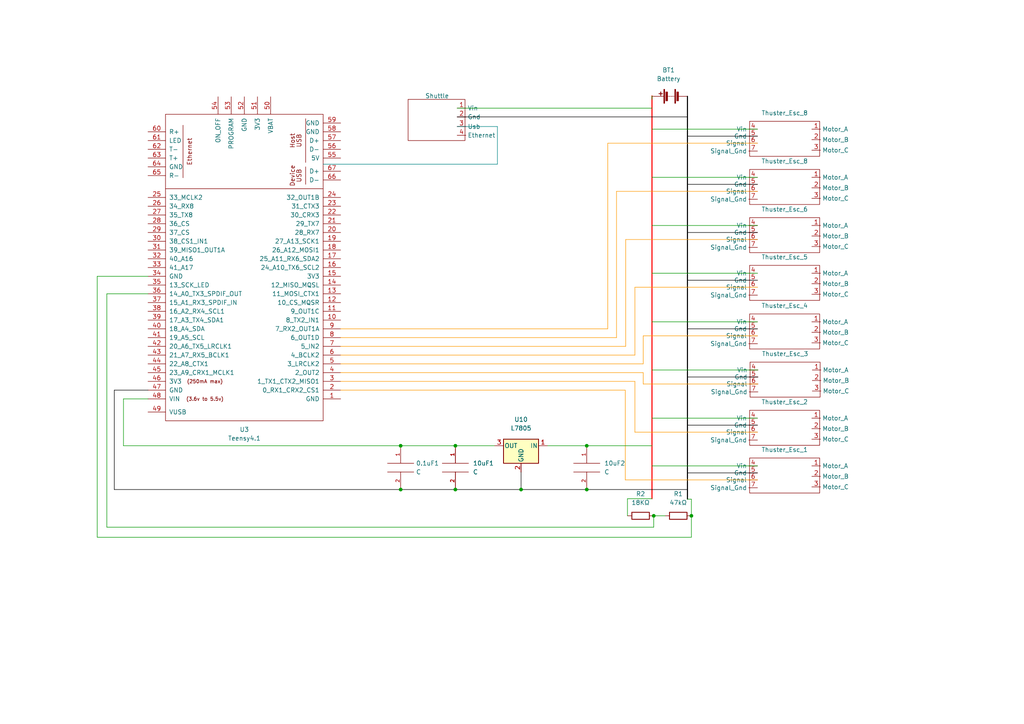
<source format=kicad_sch>
(kicad_sch (version 20230121) (generator eeschema)
  (paper "A4")
  (title_block (title "Typhon2_Schematic") (company "Robocats"))
  (lib_symbols
    (symbol "Device:Battery" (pin_numbers hide) (pin_names (offset 0) hide)
      (property "Reference" "BT" (at 2.54 2.54 0))
      (property "Value" "Battery" (at 2.54 0 0))
      (symbol "Battery_0_1"
        (rectangle (start -2.032 -1.397) (end 2.032 -1.651) (fill (type outline)))
        (rectangle (start -2.032 1.778) (end 2.032 1.524) (fill (type outline)))
        (rectangle (start -1.3208 -1.9812) (end 1.27 -2.4892) (fill (type outline)))
        (rectangle (start -1.3208 1.1938) (end 1.27 0.6858) (fill (type outline)))
        (polyline (pts (xy 0 -1.524) (xy 0 -1.27)))
        (polyline (pts (xy 0 -1.016) (xy 0 -0.762)))
        (polyline (pts (xy 0 -0.508) (xy 0 -0.254)))
        (polyline (pts (xy 0 0) (xy 0 0.254)))
        (polyline (pts (xy 0 0.508) (xy 0 0.762)))
        (polyline (pts (xy 0 1.778) (xy 0 2.54)))
        (polyline (pts (xy 0.254 2.667) (xy 1.27 2.667)) (stroke (width 0.254)))
        (polyline (pts (xy 0.762 3.175) (xy 0.762 2.159)) (stroke (width 0.254)))
      )
      (symbol "Battery_1_1"
        (pin passive line (at 0 5.08 270) (length 2.54) (name "+") (number "1"))
        (pin passive line (at 0 -5.08 90) (length 2.54) (name "-") (number "2"))
      )
    )
    (symbol "Device:R" (pin_numbers hide) (pin_names (offset 0))
      (property "Reference" "R" (at 2.032 0 90))
      (property "Value" "R" (at 0 0 90))
      (symbol "R_0_1"
        (rectangle (start -1.016 -2.54) (end 1.016 2.54) (stroke (width 0.254)))
      )
      (symbol "R_1_1"
        (pin passive line (at 0 3.81 270) (length 1.27) (name "~") (number "1"))
        (pin passive line (at 0 -3.81 90) (length 1.27) (name "~") (number "2"))
      )
    )
    (symbol "Regulator_Linear:L7805" (pin_names (offset 0.254))
      (property "Reference" "U" (at -3.81 3.175 0))
      (property "Value" "L7805" (at 0 3.175 0))
      (symbol "L7805_0_1"
        (rectangle (start -5.08 1.905) (end 5.08 -5.08) (stroke (width 0.254)) (fill (type background)))
      )
      (symbol "L7805_1_1"
        (pin power_in line (at -7.62 0 0) (length 2.54) (name "IN") (number "1"))
        (pin power_in line (at 0 -7.62 90) (length 2.54) (name "GND") (number "2"))
        (pin power_out line (at 7.62 0 180) (length 2.54) (name "OUT") (number "3"))
      )
    )
    (symbol "Typhon2:Shuttle"
      (property "Value" "Shuttle" (at 0 0 0))
      (symbol "Shuttle_0_1"
        (rectangle (start -8.128 -1.016) (end 8.382 -12.954))
      )
      (symbol "Shuttle_1_1"
        (pin power_in line (at 6.096 -3.556 0) (length 2.54) (name "Vin") (number "1"))
        (pin power_in line (at 6.096 -6.096 0) (length 2.54) (name "Gnd") (number "2"))
        (pin output line (at 6.096 -8.89 0) (length 2.54) (name "Usb") (number "3"))
        (pin input line (at 6.096 -11.43 0) (length 2.54) (name "Ethernet") (number "4"))
      )
    )
    (symbol "Typhon2:Thuster_Esc"
      (property "Value" "Thuster_Esc" (at 0 6.858 0))
      (symbol "Thuster_Esc_0_1"
        (rectangle (start -9.906 5.334) (end 10.414 -4.826))
      )
      (symbol "Thuster_Esc_1_1"
        (pin output line (at 8.128 3.048 0) (length 2.54) (name "Motor_A") (number "1"))
        (pin output line (at 8.128 0 0) (length 2.54) (name "Motor_B") (number "2"))
        (pin output line (at 8.128 -3.048 0) (length 2.54) (name "Motor_C") (number "3"))
        (pin power_in line (at -7.62 3.048 180) (length 2.54) (name "Vin") (number "4"))
        (pin power_in line (at -7.62 1.016 180) (length 2.54) (name "Gnd") (number "5"))
        (pin input line (at -7.62 -1.016 180) (length 2.54) (name "Signal") (number "6"))
        (pin input line (at -7.62 -3.302 180) (length 2.54) (name "Signal_Gnd") (number "7"))
      )
    )
    (symbol "pspice:C" (pin_names (offset 0.254))
      (property "Reference" "C" (at 2.54 3.81 90))
      (property "Value" "C" (at 2.54 -3.81 90))
      (symbol "C_0_1"
        (polyline (pts (xy -3.81 -1.27) (xy 3.81 -1.27)))
        (polyline (pts (xy -3.81 1.27) (xy 3.81 1.27)))
      )
      (symbol "C_1_1"
        (pin passive line (at 0 6.35 270) (length 5.08) (name "~") (number "1"))
        (pin passive line (at 0 -6.35 90) (length 5.08) (name "~") (number "2"))
      )
    )
    (symbol "teensy:Teensy4.1" (pin_names (offset 1.016))
      (property "Reference" "U" (at 0 64.77 0))
      (property "Value" "Teensy4.1" (at 0 62.23 0))
      (symbol "Teensy4.1_0_0"
        (polyline (pts (xy -22.86 -6.35) (xy 22.86 -6.35)))
        (polyline (pts (xy -17.78 -26.67) (xy -17.78 -13.97)))
        (polyline (pts (xy -17.78 -7.62) (xy -17.78 -12.7)))
        (polyline (pts (xy 17.78 -9.525) (xy 17.78 -24.765)))
        (text "(250mA max)" (at 11.43 49.53 0) (effects (font (size 1.016 1.016))))
        (text "(3.6v to 5.5v)" (at 11.43 54.61 0) (effects (font (size 1.016 1.016))))
        (text "Device" (at -13.97 -10.16 900) (effects (font (size 1.27 1.27))))
        (text "Ethernet" (at 15.875 -17.145 900) (effects (font (size 1.27 1.27))))
        (text "Host" (at -13.97 -20.32 900) (effects (font (size 1.27 1.27))))
        (text "USB" (at -15.875 -20.32 900) (effects (font (size 1.27 1.27))))
        (text "USB" (at -15.875 -10.16 900) (effects (font (size 1.27 1.27))))
        (pin bidirectional line (at -27.94 31.75 0) (length 5.08) (name "8_TX2_IN1") (number "10"))
        (pin bidirectional line (at -27.94 29.21 0) (length 5.08) (name "9_OUT1C") (number "11"))
        (pin bidirectional line (at -27.94 26.67 0) (length 5.08) (name "10_CS_MQSR") (number "12"))
        (pin bidirectional line (at -27.94 24.13 0) (length 5.08) (name "11_MOSI_CTX1") (number "13"))
        (pin bidirectional line (at -27.94 21.59 0) (length 5.08) (name "12_MISO_MQSL") (number "14"))
        (pin power_in line (at -27.94 19.05 0) (length 5.08) (name "3V3") (number "15"))
        (pin bidirectional line (at -27.94 16.51 0) (length 5.08) (name "24_A10_TX6_SCL2") (number "16"))
        (pin bidirectional line (at -27.94 13.97 0) (length 5.08) (name "25_A11_RX6_SDA2") (number "17"))
        (pin bidirectional line (at -27.94 11.43 0) (length 5.08) (name "26_A12_MOSI1") (number "18"))
        (pin bidirectional line (at -27.94 8.89 0) (length 5.08) (name "27_A13_SCK1") (number "19"))
        (pin bidirectional line (at -27.94 6.35 0) (length 5.08) (name "28_RX7") (number "20"))
        (pin bidirectional line (at -27.94 3.81 0) (length 5.08) (name "29_TX7") (number "21"))
        (pin bidirectional line (at -27.94 1.27 0) (length 5.08) (name "30_CRX3") (number "22"))
        (pin bidirectional line (at -27.94 -1.27 0) (length 5.08) (name "31_CTX3") (number "23"))
        (pin bidirectional line (at -27.94 -3.81 0) (length 5.08) (name "32_OUT1B") (number "24"))
        (pin bidirectional line (at 27.94 -3.81 180) (length 5.08) (name "33_MCLK2") (number "25"))
        (pin bidirectional line (at 27.94 -1.27 180) (length 5.08) (name "34_RX8") (number "26"))
        (pin bidirectional line (at 27.94 1.27 180) (length 5.08) (name "35_TX8") (number "27"))
        (pin bidirectional line (at 27.94 3.81 180) (length 5.08) (name "36_CS") (number "28"))
        (pin bidirectional line (at 27.94 6.35 180) (length 5.08) (name "37_CS") (number "29"))
        (pin bidirectional line (at 27.94 8.89 180) (length 5.08) (name "38_CS1_IN1") (number "30"))
        (pin bidirectional line (at 27.94 11.43 180) (length 5.08) (name "39_MISO1_OUT1A") (number "31"))
        (pin bidirectional line (at 27.94 13.97 180) (length 5.08) (name "40_A16") (number "32"))
        (pin bidirectional line (at 27.94 16.51 180) (length 5.08) (name "41_A17") (number "33"))
        (pin bidirectional line (at 27.94 21.59 180) (length 5.08) (name "13_SCK_LED") (number "35"))
        (pin bidirectional line (at 27.94 24.13 180) (length 5.08) (name "14_A0_TX3_SPDIF_OUT") (number "36"))
        (pin bidirectional line (at 27.94 26.67 180) (length 5.08) (name "15_A1_RX3_SPDIF_IN") (number "37"))
        (pin bidirectional line (at 27.94 29.21 180) (length 5.08) (name "16_A2_RX4_SCL1") (number "38"))
        (pin bidirectional line (at 27.94 31.75 180) (length 5.08) (name "17_A3_TX4_SDA1") (number "39"))
        (pin bidirectional line (at 27.94 34.29 180) (length 5.08) (name "18_A4_SDA") (number "40"))
        (pin bidirectional line (at 27.94 36.83 180) (length 5.08) (name "19_A5_SCL") (number "41"))
        (pin bidirectional line (at 27.94 39.37 180) (length 5.08) (name "20_A6_TX5_LRCLK1") (number "42"))
        (pin bidirectional line (at 27.94 41.91 180) (length 5.08) (name "21_A7_RX5_BCLK1") (number "43"))
        (pin bidirectional line (at 27.94 44.45 180) (length 5.08) (name "22_A8_CTX1") (number "44"))
        (pin bidirectional line (at 27.94 46.99 180) (length 5.08) (name "23_A9_CRX1_MCLK1") (number "45"))
        (pin output line (at 27.94 49.53 180) (length 5.08) (name "3V3") (number "46"))
        (pin output line (at 27.94 52.07 180) (length 5.08) (name "GND") (number "47"))
        (pin power_in line (at 27.94 54.61 180) (length 5.08) (name "VIN") (number "48"))
        (pin power_out line (at 27.94 58.42 180) (length 5.08) (name "VUSB") (number "49"))
        (pin bidirectional line (at -27.94 44.45 0) (length 5.08) (name "3_LRCLK2") (number "5"))
        (pin power_in line (at -7.62 -33.02 90) (length 5.08) (name "VBAT") (number "50"))
        (pin power_in line (at -3.81 -33.02 90) (length 5.08) (name "3V3") (number "51"))
        (pin input line (at 0 -33.02 90) (length 5.08) (name "GND") (number "52"))
        (pin input line (at 3.81 -33.02 90) (length 5.08) (name "PROGRAM") (number "53"))
        (pin input line (at 7.62 -33.02 90) (length 5.08) (name "ON_OFF") (number "54"))
        (pin power_out line (at -27.94 -15.24 0) (length 5.08) (name "5V") (number "55"))
        (pin bidirectional line (at -27.94 -17.78 0) (length 5.08) (name "D-") (number "56"))
        (pin bidirectional line (at -27.94 -20.32 0) (length 5.08) (name "D+") (number "57"))
        (pin power_in line (at -27.94 -22.86 0) (length 5.08) (name "GND") (number "58"))
        (pin power_in line (at -27.94 -25.4 0) (length 5.08) (name "GND") (number "59"))
        (pin bidirectional line (at -27.94 41.91 0) (length 5.08) (name "4_BCLK2") (number "6"))
        (pin bidirectional line (at 27.94 -22.86 180) (length 5.08) (name "R+") (number "60"))
        (pin bidirectional line (at 27.94 -20.32 180) (length 5.08) (name "LED") (number "61"))
        (pin bidirectional line (at 27.94 -17.78 180) (length 5.08) (name "T-") (number "62"))
        (pin bidirectional line (at 27.94 -15.24 180) (length 5.08) (name "T+") (number "63"))
        (pin power_in line (at 27.94 -12.7 180) (length 5.08) (name "GND") (number "64"))
        (pin bidirectional line (at 27.94 -10.16 180) (length 5.08) (name "R-") (number "65"))
        (pin bidirectional line (at -27.94 -8.89 0) (length 5.08) (name "D-") (number "66"))
        (pin bidirectional line (at -27.94 -11.43 0) (length 5.08) (name "D+") (number "67"))
        (pin bidirectional line (at -27.94 39.37 0) (length 5.08) (name "5_IN2") (number "7"))
        (pin bidirectional line (at -27.94 36.83 0) (length 5.08) (name "6_OUT1D") (number "8"))
        (pin bidirectional line (at -27.94 34.29 0) (length 5.08) (name "7_RX2_OUT1A") (number "9"))
      )
      (symbol "Teensy4.1_0_1"
        (rectangle (start -22.86 60.96) (end 22.86 -27.94))
        (rectangle (start -20.32 -1.27) (end -20.32 -1.27))
      )
      (symbol "Teensy4.1_1_1"
        (pin power_in line (at -27.94 54.61 0) (length 5.08) (name "GND") (number "1"))
        (pin bidirectional line (at -27.94 52.07 0) (length 5.08) (name "0_RX1_CRX2_CS1") (number "2"))
        (pin bidirectional line (at -27.94 49.53 0) (length 5.08) (name "1_TX1_CTX2_MISO1") (number "3"))
        (pin power_in line (at 27.94 19.05 180) (length 5.08) (name "GND") (number "34"))
        (pin bidirectional line (at -27.94 46.99 0) (length 5.08) (name "2_OUT2") (number "4"))
      )
    )
  )
  (junction (at 200.533 149.606))
  (junction (at 116.205 129.286))
  (junction (at 170.18 141.986))
  (junction (at 132.08 129.286))
  (junction (at 189.611 149.606))
  (junction (at 116.205 141.986))
  (junction (at 132.08 141.986))
  (junction (at 151.13 141.986))
  (junction (at 170.18 129.286))
  (wire (pts (xy 186.563 97.409) (xy 186.563 105.537)) (stroke (width 0) (color 255 153 0 1)))
  (wire (pts (xy 181.483 69.469) (xy 181.483 100.457)) (stroke (width 0) (color 255 153 0 1)))
  (wire (pts (xy 219.71 125.349) (xy 184.15 125.349)) (stroke (width 0) (color 255 153 0 1)))
  (wire (pts (xy 170.18 141.986) (xy 199.39 141.986)) (stroke (width 0) (color 0 0 0 1)))
  (wire (pts (xy 184.15 102.997) (xy 98.806 102.997)) (stroke (width 0) (color 255 153 0 1)))
  (wire (pts (xy 181.356 113.157) (xy 98.806 113.157)) (stroke (width 0) (color 255 153 0 1)))
  (wire (pts (xy 199.39 81.28) (xy 219.71 81.28)) (stroke (width 0) (color 0 0 0 1)))
  (wire (pts (xy 33.147 141.986) (xy 33.147 113.157)) (stroke (width 0) (color 0 0 0 1)))
  (wire (pts (xy 132.08 141.986) (xy 151.13 141.986)) (stroke (width 0) (color 0 0 0 1)))
  (wire (pts (xy 199.39 67.437) (xy 219.71 67.437)) (stroke (width 0) (color 0 0 0 1)))
  (wire (pts (xy 132.08 129.286) (xy 116.205 129.286)))
  (wire (pts (xy 189.103 107.315) (xy 219.837 107.315)))
  (wire (pts (xy 158.75 129.286) (xy 170.18 129.286)))
  (wire (pts (xy 199.39 109.347) (xy 219.837 109.347)) (stroke (width 0) (color 0 0 0 1)))
  (wire (pts (xy 184.15 125.349) (xy 184.15 110.617)) (stroke (width 0) (color 255 153 0 1)))
  (wire (pts (xy 189.103 135.128) (xy 219.71 135.128)))
  (wire (pts (xy 116.205 141.986) (xy 33.147 141.986)) (stroke (width 0) (color 0 0 0 1)))
  (wire (pts (xy 219.71 69.469) (xy 181.483 69.469)) (stroke (width 0) (color 255 153 0 1)))
  (wire (pts (xy 184.15 83.312) (xy 184.15 102.997)) (stroke (width 0) (color 255 153 0 1)))
  (wire (pts (xy 189.103 37.465) (xy 219.71 37.465)))
  (wire (pts (xy 199.39 144.78) (xy 200.533 144.78)))
  (wire (pts (xy 199.39 95.377) (xy 219.71 95.377)) (stroke (width 0) (color 0 0 0 1)))
  (wire (pts (xy 219.71 55.499) (xy 178.816 55.499)) (stroke (width 0) (color 255 153 0 1)))
  (wire (pts (xy 189.103 65.405) (xy 219.71 65.405)))
  (wire (pts (xy 151.13 136.906) (xy 151.13 141.986)) (stroke (width 0) (color 0 0 0 1)))
  (wire (pts (xy 178.816 97.917) (xy 98.806 97.917)) (stroke (width 0) (color 255 153 0 1)))
  (wire (pts (xy 189.611 152.908) (xy 30.988 152.908)))
  (wire (pts (xy 144.272 47.625) (xy 93.726 47.625)) (stroke (width 0) (color 0 132 132 1)))
  (wire (pts (xy 186.563 111.379) (xy 186.563 108.077)) (stroke (width 0) (color 255 153 0 1)))
  (wire (pts (xy 178.816 55.499) (xy 178.816 97.917)) (stroke (width 0) (color 255 153 0 1)))
  (wire (pts (xy 189.103 144.653) (xy 181.991 144.653)))
  (wire (pts (xy 219.71 41.529) (xy 176.276 41.529)) (stroke (width 0) (color 255 153 0 1)))
  (wire (pts (xy 200.533 144.78) (xy 200.533 149.606)))
  (wire (pts (xy 181.356 139.192) (xy 181.356 113.157)) (stroke (width 0) (color 255 153 0 1)))
  (wire (pts (xy 200.533 155.829) (xy 28.194 155.829)))
  (wire (pts (xy 132.588 36.703) (xy 144.272 36.703)) (stroke (width 0) (color 0 132 132 1)))
  (wire (pts (xy 219.71 139.192) (xy 181.356 139.192)) (stroke (width 0) (color 255 153 0 1)))
  (wire (pts (xy 200.533 149.606) (xy 200.533 155.829)))
  (wire (pts (xy 176.276 95.377) (xy 98.806 95.377)) (stroke (width 0) (color 255 153 0 1)))
  (wire (pts (xy 132.588 31.369) (xy 189.103 31.369)))
  (wire (pts (xy 181.991 144.653) (xy 181.991 149.606)))
  (wire (pts (xy 199.39 53.467) (xy 219.71 53.467)) (stroke (width 0) (color 0 0 0 1)))
  (wire (pts (xy 199.39 39.497) (xy 219.71 39.497)) (stroke (width 0) (color 0 0 0 1)))
  (bus (pts (xy 199.39 27.94) (xy 199.39 144.78)) (stroke (width 0) (color 0 0 0 1)))
  (wire (pts (xy 30.988 85.217) (xy 42.926 85.217)))
  (wire (pts (xy 28.194 80.137) (xy 42.926 80.137)))
  (wire (pts (xy 132.588 33.909) (xy 199.39 33.909)) (stroke (width 0) (color 0 0 0 1)))
  (wire (pts (xy 199.39 137.16) (xy 219.71 137.16)) (stroke (width 0) (color 0 0 0 1)))
  (wire (pts (xy 219.837 111.379) (xy 186.563 111.379)) (stroke (width 0) (color 255 153 0 1)))
  (wire (pts (xy 132.08 129.286) (xy 143.51 129.286)))
  (wire (pts (xy 176.276 41.529) (xy 176.276 95.377)) (stroke (width 0) (color 255 153 0 1)))
  (bus (pts (xy 189.103 27.813) (xy 189.103 144.653)) (stroke (width 0) (color 255 0 0 1)))
  (wire (pts (xy 199.39 123.317) (xy 219.71 123.317)) (stroke (width 0) (color 0 0 0 1)))
  (wire (pts (xy 189.103 93.345) (xy 219.71 93.345)))
  (wire (pts (xy 189.103 121.285) (xy 219.71 121.285)))
  (wire (pts (xy 181.483 100.457) (xy 98.806 100.457)) (stroke (width 0) (color 255 153 0 1)))
  (wire (pts (xy 186.563 108.077) (xy 98.806 108.077)) (stroke (width 0) (color 255 153 0 1)))
  (wire (pts (xy 170.18 141.986) (xy 151.13 141.986)) (stroke (width 0) (color 0 0 0 1)))
  (wire (pts (xy 219.71 83.312) (xy 184.15 83.312)) (stroke (width 0) (color 255 153 0 1)))
  (wire (pts (xy 35.814 129.286) (xy 116.205 129.286)))
  (wire (pts (xy 132.08 141.986) (xy 116.205 141.986)) (stroke (width 0) (color 0 0 0 1)))
  (wire (pts (xy 189.611 149.606) (xy 189.611 152.908)))
  (wire (pts (xy 28.194 155.829) (xy 28.194 80.137)))
  (wire (pts (xy 184.15 110.617) (xy 98.806 110.617)) (stroke (width 0) (color 255 153 0 1)))
  (wire (pts (xy 144.272 36.703) (xy 144.272 47.625)) (stroke (width 0) (color 0 132 132 1)))
  (wire (pts (xy 189.103 27.94) (xy 189.103 28.829)))
  (wire (pts (xy 30.988 152.908) (xy 30.988 85.217)))
  (wire (pts (xy 189.103 51.435) (xy 219.71 51.435)))
  (wire (pts (xy 189.23 27.94) (xy 189.103 27.94)))
  (wire (pts (xy 35.814 115.697) (xy 42.926 115.697)))
  (wire (pts (xy 33.147 113.157) (xy 42.926 113.157)) (stroke (width 0) (color 0 0 0 1)))
  (wire (pts (xy 186.563 105.537) (xy 98.806 105.537)) (stroke (width 0) (color 255 153 0 1)))
  (wire (pts (xy 35.814 115.697) (xy 35.814 129.286)))
  (wire (pts (xy 170.18 129.286) (xy 189.103 129.286)))
  (wire (pts (xy 219.71 97.409) (xy 186.563 97.409)) (stroke (width 0) (color 255 153 0 1)))
  (wire (pts (xy 189.611 149.606) (xy 192.913 149.606)))
  (wire (pts (xy 189.103 79.248) (xy 219.71 79.248)))
  (symbol (lib_id "pspice:C") (at 170.18 135.636 0) (unit 1)
    (property "Reference" "10uF2" (at 175.26 134.3659 0) (effects (justify left)))
    (property "Value" "C" (at 175.26 136.9059 0) (effects (justify left)))
  )
  (symbol (lib_id "Typhon2:Thuster_Esc") (at 227.33 54.483 0) (unit 1)
    (property "Reference" "U12" (effects hide))
    (property "Value" "Thuster_Esc_8" (at 227.584 46.736 0))
  )
  (symbol (lib_id "Device:R") (at 196.723 149.606 270) (unit 1)
    (property "Reference" "R1" (at 196.723 143.256 90))
    (property "Value" "47kΩ" (at 196.723 145.796 90))
  )
  (symbol (lib_id "Device:Battery") (at 194.31 27.94 90) (unit 1)
    (property "Reference" "BT1" (at 193.929 20.32 90))
    (property "Value" "Battery" (at 193.929 22.86 90))
  )
  (symbol (lib_id "Typhon2:Thuster_Esc") (at 227.33 96.393 0) (unit 1)
    (property "Reference" "U6" (effects hide))
    (property "Value" "Thuster_Esc_4" (at 227.584 88.646 0))
  )
  (symbol (lib_id "Device:R") (at 185.801 149.606 90) (unit 1)
    (property "Reference" "R2" (at 185.801 143.256 90))
    (property "Value" "18KΩ" (at 185.801 145.796 90))
  )
  (symbol (lib_id "Typhon2:Thuster_Esc") (at 227.457 110.363 0) (unit 1)
    (property "Reference" "U7" (effects hide))
    (property "Value" "Thuster_Esc_3" (at 227.711 102.616 0))
  )
  (symbol (lib_id "pspice:C") (at 132.08 135.636 0) (unit 1)
    (property "Reference" "10uF1" (at 137.16 134.3659 0) (effects (justify left)))
    (property "Value" "C" (at 137.16 136.9059 0) (effects (justify left)))
  )
  (symbol (lib_id "Typhon2:Shuttle") (at 126.492 27.813 0) (unit 1)
    (property "Reference" "U1" (effects hide))
    (property "Value" "Shuttle" (at 123.317 27.813 0) (effects (justify left)))
  )
  (symbol (lib_id "teensy:Teensy4.1") (at 70.866 61.087 180) (unit 1)
    (property "Reference" "U3" (at 70.866 124.587 0))
    (property "Value" "Teensy4.1" (at 70.866 127.127 0))
  )
  (symbol (lib_id "Typhon2:Thuster_Esc") (at 227.33 124.333 0) (unit 1)
    (property "Reference" "U8" (effects hide))
    (property "Value" "Thuster_Esc_2" (at 227.584 116.586 0))
  )
  (symbol (lib_id "Typhon2:Thuster_Esc") (at 227.33 68.453 0) (unit 1)
    (property "Reference" "U4" (effects hide))
    (property "Value" "Thuster_Esc_6" (at 227.584 60.706 0))
  )
  (symbol (lib_id "Regulator_Linear:L7805") (at 151.13 129.286 0) (mirror y) (unit 1)
    (property "Reference" "U10" (at 151.13 121.666 0))
    (property "Value" "L7805" (at 151.13 124.206 0))
    (property "Datasheet" "http://www.st.com/content/ccc/resource/technical/document/datasheet/41/4f/b3/b0/12/d4/47/88/CD00000444.pdf/files/CD00000444.pdf/jcr:content/translations/en.CD00000444.pdf" (effects hide))
  )
  (symbol (lib_id "Typhon2:Thuster_Esc") (at 227.33 40.513 0) (unit 1)
    (property "Reference" "U2" (effects hide))
    (property "Value" "Thuster_Esc_8" (at 227.584 32.766 0))
  )
  (symbol (lib_id "pspice:C") (at 116.205 135.636 0) (unit 1)
    (property "Reference" "0.1uF1" (at 120.65 134.3659 0) (effects (justify left)))
    (property "Value" "C" (at 120.65 136.9059 0) (effects (justify left)))
  )
  (symbol (lib_id "Typhon2:Thuster_Esc") (at 227.33 138.176 0) (unit 1)
    (property "Reference" "U9" (effects hide))
    (property "Value" "Thuster_Esc_1" (at 227.584 130.429 0))
  )
  (symbol (lib_id "Typhon2:Thuster_Esc") (at 227.33 82.296 0) (unit 1)
    (property "Reference" "U5" (effects hide))
    (property "Value" "Thuster_Esc_5" (at 227.584 74.549 0))
  )
)
</source>
